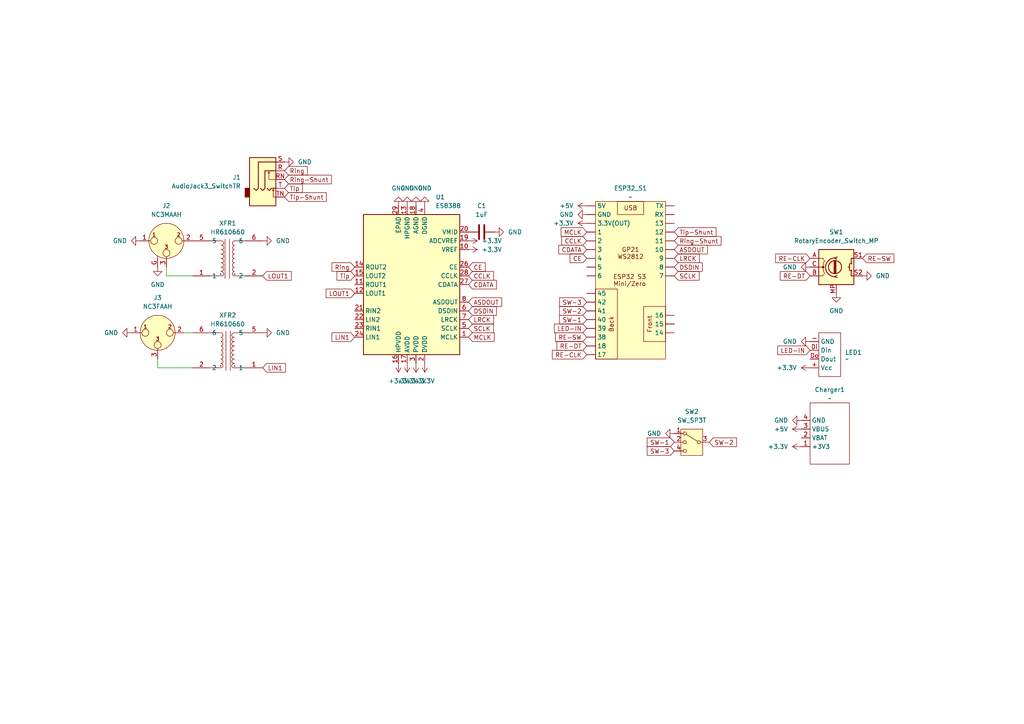
<source format=kicad_sch>
(kicad_sch (version 20250114) (generator "eeschema") (generator_version "9.0")
  (paper "A4")
  (lib_symbols
    (symbol "Audio:ES8388"
      (property "Reference" "U" (at -14.224 21.844 0))
      (property "Value" "ES8388" (at 9.144 21.844 0))
      (symbol "ES8388_1_1"
        (rectangle (start -15.24 20.32) (end 12.7 -20.32) (stroke (width 0.254)) (fill (type background)))
        (pin input line (at -17.78 15.24 0) (length 2.54) (name "MCLK") (number "1"))
        (pin bidirectional line (at -17.78 12.7 0) (length 2.54) (name "SCLK") (number "5"))
        (pin bidirectional line (at -17.78 10.16 0) (length 2.54) (name "LRCK") (number "7"))
        (pin input line (at -17.78 7.62 0) (length 2.54) (name "DSDIN") (number "6"))
        (pin output line (at -17.78 5.08 0) (length 2.54) (name "ASDOUT") (number "8"))
        (pin bidirectional line (at -17.78 0 0) (length 2.54) (name "CDATA") (number "27"))
        (pin input line (at -17.78 -2.54 0) (length 2.54) (name "CCLK") (number "28"))
        (pin input line (at -17.78 -5.08 0) (length 2.54) (name "CE") (number "26"))
        (pin input line (at -17.78 -10.16 0) (length 2.54) (name "VREF") (number "10"))
        (pin input line (at -17.78 -12.7 0) (length 2.54) (name "ADCVREF") (number "19"))
        (pin input line (at -17.78 -15.24 0) (length 2.54) (name "VMID") (number "20"))
        (pin power_in line (at -5.08 22.86 270) (length 2.54) (name "DVDD") (number "2"))
        (pin power_in line (at -5.08 -22.86 90) (length 2.54) (name "DGND") (number "4"))
        (pin power_in line (at -2.54 22.86 270) (length 2.54) (name "PVDD") (number "3"))
        (pin power_in line (at -2.54 -22.86 90) (length 2.54) (name "AGND") (number "18"))
        (pin power_in line (at 0 22.86 270) (length 2.54) (name "AVDD") (number "17"))
        (pin power_in line (at 0 -22.86 90) (length 2.54) (name "HPGND") (number "13"))
        (pin power_in line (at 2.54 22.86 270) (length 2.54) (name "HPVDD") (number "16"))
        (pin passive line (at 2.54 -22.86 90) (length 2.54) (name "EPAD") (number "29"))
        (pin no_connect line (at 12.7 -10.16 180) (length 2.54) (hide yes) (name "NC") (number "9"))
        (pin no_connect line (at 12.7 -12.7 180) (length 2.54) (hide yes) (name "NC") (number "25"))
        (pin input line (at 15.24 15.24 180) (length 2.54) (name "LIN1") (number "24"))
        (pin input line (at 15.24 12.7 180) (length 2.54) (name "RIN1") (number "23"))
        (pin input line (at 15.24 10.16 180) (length 2.54) (name "LIN2") (number "22"))
        (pin input line (at 15.24 7.62 180) (length 2.54) (name "RIN2") (number "21"))
        (pin output line (at 15.24 2.54 180) (length 2.54) (name "LOUT1") (number "12"))
        (pin output line (at 15.24 0 180) (length 2.54) (name "ROUT1") (number "11"))
        (pin output line (at 15.24 -2.54 180) (length 2.54) (name "LOUT2") (number "15"))
        (pin output line (at 15.24 -5.08 180) (length 2.54) (name "ROUT2") (number "14"))
      )
    )
    (symbol "Battery_Management:Makerverse_LiPo_Charger"
      (property "Reference" "U" (at 0 0 0))
      (symbol "Makerverse_LiPo_Charger_0_1"
        (rectangle (start -5.08 6.35) (end 6.35 -11.43))
      )
      (symbol "Makerverse_LiPo_Charger_1_1"
        (pin power_in line (at 8.89 1.27 180) (length 2.54) (name "GND") (number "4"))
        (pin power_in line (at 8.89 -1.27 180) (length 2.54) (name "VBUS") (number "3"))
        (pin power_in line (at 8.89 -3.81 180) (length 2.54) (name "VBAT") (number "2"))
        (pin power_out line (at 8.89 -6.35 180) (length 2.54) (name "+3V3") (number "1"))
      )
    )
    (symbol "Connector_Audio:AudioJack3_SwitchTR"
      (property "Reference" "J" (at 0 8.89 0))
      (property "Value" "AudioJack3_SwitchTR" (at 0 6.35 0))
      (symbol "AudioJack3_SwitchTR_0_1"
        (rectangle (start -5.08 -5.08) (end -6.35 -7.62) (stroke (width 0.254)) (fill (type outline)))
        (polyline (pts (xy -1.905 -5.08) (xy -1.27 -5.715) (xy -0.635 -5.08) (xy -0.635 0) (xy 2.54 0)) (stroke (width 0.254)))
        (polyline (pts (xy 0 -5.08) (xy 0.635 -5.715) (xy 1.27 -5.08) (xy 2.54 -5.08)) (stroke (width 0.254)))
        (polyline (pts (xy 0.508 -0.254) (xy 0.762 -0.762)))
        (polyline (pts (xy 1.778 -5.334) (xy 2.032 -5.842)))
        (rectangle (start 2.54 3.81) (end -5.08 -10.16) (stroke (width 0.254)) (fill (type background)))
        (polyline (pts (xy 2.54 2.54) (xy -2.54 2.54) (xy -2.54 -5.08) (xy -3.175 -5.715) (xy -3.81 -5.08)) (stroke (width 0.254)))
        (polyline (pts (xy 2.54 -2.54) (xy 0.508 -2.54) (xy 0.508 -0.254) (xy 0.254 -0.762)))
        (polyline (pts (xy 2.54 -7.62) (xy 1.778 -7.62) (xy 1.778 -5.334) (xy 1.524 -5.842)))
      )
      (symbol "AudioJack3_SwitchTR_1_1"
        (pin passive line (at 5.08 2.54 180) (length 2.54) (name "~") (number "S"))
        (pin passive line (at 5.08 0 180) (length 2.54) (name "~") (number "R"))
        (pin passive line (at 5.08 -2.54 180) (length 2.54) (name "~") (number "RN"))
        (pin passive line (at 5.08 -5.08 180) (length 2.54) (name "~") (number "T"))
        (pin passive line (at 5.08 -7.62 180) (length 2.54) (name "~") (number "TN"))
      )
    )
    (symbol "Connector_Audio:NC3FAAH" (pin_names (hide yes))
      (property "Reference" "J" (at 0 8.89 0))
      (property "Value" "NC3FAAH" (at 0 6.35 0))
      (symbol "NC3FAAH_0_1"
        (polyline (pts (xy -5.08 0) (xy -4.572 0)))
        (circle (center -3.556 0) (radius 1.016))
        (circle (center 0 0) (radius 5.08) (fill (type background)))
        (circle (center 0 -3.556) (radius 1.016))
        (polyline (pts (xy 0 -5.08) (xy 0 -4.572)))
        (circle (center 3.556 0) (radius 1.016))
        (polyline (pts (xy 5.08 0) (xy 4.572 0)))
        (text "1" (at -3.556 1.778 0) (effects (font (size 1.016 1.016) (bold yes))))
        (text "3" (at 0 -1.778 0) (effects (font (size 1.016 1.016) (bold yes))))
        (text "2" (at 3.556 1.778 0) (effects (font (size 1.016 1.016) (bold yes))))
        (pin passive line (at -7.62 0 0) (length 2.54) (name "~") (number "1"))
        (pin passive line (at 0 -7.62 90) (length 2.54) (name "~") (number "3"))
        (pin passive line (at 7.62 0 180) (length 2.54) (name "~") (number "2"))
      )
    )
    (symbol "Connector_Audio:NC3MAAH" (pin_names (hide yes))
      (property "Reference" "J" (at 0 8.89 0))
      (property "Value" "NC3MAAH" (at 0 6.35 0))
      (symbol "NC3MAAH_0_1"
        (polyline (pts (xy -5.08 0) (xy -4.572 0)))
        (circle (center -3.556 0) (radius 1.016))
        (polyline (pts (xy -2.54 -5.08) (xy -2.54 -4.445)))
        (circle (center 0 0) (radius 5.08) (fill (type background)))
        (circle (center 0 -3.556) (radius 1.016))
        (polyline (pts (xy 0 -5.08) (xy 0 -4.572)))
        (circle (center 3.556 0) (radius 1.016))
        (polyline (pts (xy 5.08 0) (xy 4.572 0)))
        (text "1" (at -3.556 1.778 0) (effects (font (size 1.016 1.016) (bold yes))))
        (text "3" (at 0 -1.778 0) (effects (font (size 1.016 1.016) (bold yes))))
        (text "2" (at 3.556 1.778 0) (effects (font (size 1.016 1.016) (bold yes))))
        (pin passive line (at -7.62 0 0) (length 2.54) (name "~") (number "1"))
        (pin passive line (at 0 -7.62 90) (length 2.54) (name "~") (number "3"))
        (pin passive line (at 7.62 0 180) (length 2.54) (name "~") (number "2"))
      )
      (symbol "NC3MAAH_1_1"
        (pin passive line (at -2.54 -7.62 90) (length 2.54) (name "~") (number "G"))
      )
    )
    (symbol "Device:C" (pin_numbers (hide yes)) (pin_names (offset 0.254))
      (property "Reference" "C" (at 0.635 2.54 0))
      (property "Value" "C" (at 0.635 -2.54 0))
      (symbol "C_0_1"
        (polyline (pts (xy -2.032 0.762) (xy 2.032 0.762)) (stroke (width 0.508)))
        (polyline (pts (xy -2.032 -0.762) (xy 2.032 -0.762)) (stroke (width 0.508)))
      )
      (symbol "C_1_1"
        (pin passive line (at 0 3.81 270) (length 2.794) (name "~") (number "1"))
        (pin passive line (at 0 -3.81 90) (length 2.794) (name "~") (number "2"))
      )
    )
    (symbol "Device:RotaryEncoder_Switch_MP" (pin_names (offset 0.254) (hide yes))
      (property "Reference" "SW" (at 0 8.89 0))
      (property "Value" "RotaryEncoder_Switch_MP" (at 0 6.35 0))
      (symbol "RotaryEncoder_Switch_MP_0_1"
        (rectangle (start -5.08 5.08) (end 5.08 -5.08) (stroke (width 0.254)) (fill (type background)))
        (polyline (pts (xy -5.08 2.54) (xy -3.81 2.54) (xy -3.81 2.032)))
        (polyline (pts (xy -5.08 0) (xy -3.81 0) (xy -3.81 -1.016) (xy -3.302 -2.032)))
        (polyline (pts (xy -5.08 -2.54) (xy -3.81 -2.54) (xy -3.81 -2.032)))
        (polyline (pts (xy -4.318 0) (xy -3.81 0) (xy -3.81 1.016) (xy -3.302 2.032)))
        (circle (center -3.81 0) (radius 0.254) (fill (type outline)))
        (polyline (pts (xy -0.635 -1.778) (xy -0.635 1.778)) (stroke (width 0.254)))
        (circle (center -0.381 0) (radius 1.905) (stroke (width 0.254)))
        (polyline (pts (xy -0.381 -1.778) (xy -0.381 1.778)) (stroke (width 0.254)))
        (arc (start -0.381 -2.794) (mid -3.0988 -0.0635) (end -0.381 2.667) (stroke (width 0.254)))
        (polyline (pts (xy -0.127 1.778) (xy -0.127 -1.778)) (stroke (width 0.254)))
        (polyline (pts (xy 0.254 2.921) (xy -0.508 2.667) (xy 0.127 2.286)) (stroke (width 0.254)))
        (polyline (pts (xy 0.254 -3.048) (xy -0.508 -2.794) (xy 0.127 -2.413)) (stroke (width 0.254)))
        (polyline (pts (xy 3.81 1.016) (xy 3.81 -1.016)) (stroke (width 0.254)))
        (polyline (pts (xy 3.81 0) (xy 3.429 0)) (stroke (width 0.254)))
        (circle (center 4.318 1.016) (radius 0.127) (stroke (width 0.254)))
        (circle (center 4.318 -1.016) (radius 0.127) (stroke (width 0.254)))
        (polyline (pts (xy 5.08 2.54) (xy 4.318 2.54) (xy 4.318 1.016)) (stroke (width 0.254)))
        (polyline (pts (xy 5.08 -2.54) (xy 4.318 -2.54) (xy 4.318 -1.016)) (stroke (width 0.254)))
      )
      (symbol "RotaryEncoder_Switch_MP_1_1"
        (pin passive line (at -7.62 2.54 0) (length 2.54) (name "A") (number "A"))
        (pin passive line (at -7.62 0 0) (length 2.54) (name "C") (number "C"))
        (pin passive line (at -7.62 -2.54 0) (length 2.54) (name "B") (number "B"))
        (pin passive line (at 0 -7.62 90) (length 2.54) (name "MP") (number "MP"))
        (pin passive line (at 7.62 2.54 180) (length 2.54) (name "S1") (number "S1"))
        (pin passive line (at 7.62 -2.54 180) (length 2.54) (name "S2") (number "S2"))
      )
    )
    (symbol "LED:GlowBit_Stick_1x8"
      (property "Reference" "U2" (at -0.6349 -3.81 90))
      (property "Value" "~" (at -2.54 -3.81 90))
      (symbol "GlowBit_Stick_1x8_0_1"
        (rectangle (start -7.62 3.81) (end 5.08 -2.54))
      )
      (symbol "GlowBit_Stick_1x8_1_1"
        (pin power_in line (at -5.08 6.35 270) (length 2.54) (name "Vcc") (number "+"))
        (pin input line (at -2.54 6.35 270) (length 2.54) (name "Dout") (number "Do"))
        (pin input line (at 0 6.35 270) (length 2.54) (name "Din") (number "Di"))
        (pin power_in line (at 2.54 6.35 270) (length 2.54) (name "GND") (number "-"))
      )
    )
    (symbol "RF_Module:Waveshare_ESP32_S3_Mini_Zero"
      (property "Reference" "ESP32_S3" (at 0 24.13 0))
      (symbol "Waveshare_ESP32_S3_Mini_Zero_1_1"
        (rectangle (start -10.16 22.86) (end 10.16 -22.86) (fill (type background)))
        (text "ESP32 S3\nMini/Zero" (at -0.254 0 0) (effects (font (size 1.27 1.27))))
        (text "GP21\nWS2812" (at 0 7.874 0) (effects (font (size 1.27 1.27))))
        (text_box "Back" (at -10.16 -2.54 90) (size 6.35 -20.32) (margins 1.016 1.016 1.016 1.016) (effects (font (size 1.27 1.27)) (justify bottom)))
        (text_box "USB" (at -3.81 22.86 0) (size 7.62 -3.81) (margins 1.016 1.016 1.016 1.016) (effects (font (size 1.27 1.27))))
        (text_box "Front" (at 3.81 -7.62 90) (size 6.35 -10.16) (margins 1.016 1.016 1.016 1.016) (effects (font (size 1.27 1.27)) (justify top)))
        (pin power_in line (at -12.7 21.59 0) (length 2.54) (name "5V") (number ""))
        (pin power_in line (at -12.7 19.05 0) (length 2.54) (name "GND") (number ""))
        (pin power_out line (at -12.7 16.51 0) (length 2.54) (name "3.3V(OUT)") (number ""))
        (pin bidirectional line (at -12.7 13.97 0) (length 2.54) (name "1") (number ""))
        (pin bidirectional line (at -12.7 11.43 0) (length 2.54) (name "2") (number ""))
        (pin bidirectional line (at -12.7 8.89 0) (length 2.54) (name "3") (number ""))
        (pin bidirectional line (at -12.7 6.35 0) (length 2.54) (name "4") (number ""))
        (pin bidirectional line (at -12.7 3.81 0) (length 2.54) (name "5") (number ""))
        (pin bidirectional line (at -12.7 1.27 0) (length 2.54) (name "6") (number ""))
        (pin bidirectional line (at -12.7 -3.81 0) (length 2.54) (name "45") (number ""))
        (pin bidirectional line (at -12.7 -6.35 0) (length 2.54) (name "42") (number ""))
        (pin bidirectional line (at -12.7 -8.89 0) (length 2.54) (name "41") (number ""))
        (pin bidirectional line (at -12.7 -11.43 0) (length 2.54) (name "40") (number ""))
        (pin bidirectional line (at -12.7 -13.97 0) (length 2.54) (name "39") (number ""))
        (pin bidirectional line (at -12.7 -16.51 0) (length 2.54) (name "38") (number ""))
        (pin bidirectional line (at -12.7 -19.05 0) (length 2.54) (name "18") (number ""))
        (pin bidirectional line (at -12.7 -21.59 0) (length 2.54) (name "17") (number ""))
        (pin output line (at 12.7 21.59 180) (length 2.54) (name "TX") (number ""))
        (pin input line (at 12.7 19.05 180) (length 2.54) (name "RX") (number ""))
        (pin bidirectional line (at 12.7 16.51 180) (length 2.54) (name "13") (number ""))
        (pin bidirectional line (at 12.7 13.97 180) (length 2.54) (name "12") (number ""))
        (pin bidirectional line (at 12.7 11.43 180) (length 2.54) (name "11") (number ""))
        (pin bidirectional line (at 12.7 8.89 180) (length 2.54) (name "10") (number ""))
        (pin bidirectional line (at 12.7 6.35 180) (length 2.54) (name "9") (number ""))
        (pin bidirectional line (at 12.7 3.81 180) (length 2.54) (name "8") (number ""))
        (pin bidirectional line (at 12.7 1.27 180) (length 2.54) (name "7") (number ""))
        (pin bidirectional line (at 12.7 -10.16 180) (length 2.54) (name "16") (number ""))
        (pin bidirectional line (at 12.7 -12.7 180) (length 2.54) (name "15") (number ""))
        (pin bidirectional line (at 12.7 -15.24 180) (length 2.54) (name "14") (number ""))
      )
    )
    (symbol "Switch:SW_SP3T" (pin_names (offset 0) (hide yes))
      (property "Reference" "SW" (at 0 5.08 0))
      (property "Value" "SW_SP3T" (at 0 -5.08 0))
      (symbol "SW_SP3T_0_1"
        (circle (center -2.032 0) (radius 0.4572))
        (polyline (pts (xy -1.651 0.254) (xy 1.651 2.286)))
        (circle (center 2.032 2.54) (radius 0.4572))
        (circle (center 2.032 0) (radius 0.4572))
        (circle (center 2.032 -2.54) (radius 0.4572))
      )
      (symbol "SW_SP3T_1_1"
        (rectangle (start -3.175 3.81) (end 3.175 -3.81) (fill (type background)))
        (pin passive line (at -5.08 0 0) (length 2.54) (name "3") (number "3"))
        (pin passive line (at 5.08 2.54 180) (length 2.54) (name "1") (number "1"))
        (pin passive line (at 5.08 0 180) (length 2.54) (name "2") (number "2"))
        (pin passive line (at 5.08 -2.54 180) (length 2.54) (name "4") (number "4"))
      )
    )
    (symbol "easyeda2kicad:HR610660"
      (property "Reference" "XFR" (at 0 10.16 0))
      (property "Value" "HR610660" (at 0 -10.16 0))
      (symbol "HR610660_0_1"
        (polyline (pts (xy -5.08 5.08) (xy -2.03 5.08)))
        (polyline (pts (xy -5.08 -5.08) (xy -2.03 -5.08)))
        (circle (center -2.03 -4.57) (radius 0.13))
        (arc (start -1.14 -3.3) (mid -1.4567 -3.6581) (end -1.91 -3.81))
        (arc (start -1.91 5.08) (mid -1.3637 4.8634) (end -1.14 4.32))
        (arc (start -1.91 3.81) (mid -1.3637 3.5934) (end -1.14 3.05))
        (arc (start -1.91 2.54) (mid -1.3637 2.3234) (end -1.14 1.78))
        (arc (start -1.91 1.27) (mid -1.3637 1.0534) (end -1.14 0.51))
        (arc (start -1.91 0) (mid -1.3637 -0.2166) (end -1.14 -0.76))
        (arc (start -1.91 -1.27) (mid -1.3637 -1.4866) (end -1.14 -2.03))
        (arc (start -1.91 -2.54) (mid -1.3637 -2.7566) (end -1.14 -3.3))
        (arc (start -1.91 -3.81) (mid -1.3637 -4.0266) (end -1.14 -4.57))
        (arc (start -1.14 4.32) (mid -1.418 3.9034) (end -1.91 3.81))
        (arc (start -1.14 3.05) (mid -1.418 2.6334) (end -1.91 2.54))
        (arc (start -1.14 1.78) (mid -1.418 1.3634) (end -1.91 1.27))
        (arc (start -1.14 0.51) (mid -1.418 0.0934) (end -1.91 0))
        (arc (start -1.14 -0.76) (mid -1.418 -1.1766) (end -1.91 -1.27))
        (arc (start -1.14 -2.03) (mid -1.418 -2.4466) (end -1.91 -2.54))
        (arc (start -1.14 -4.57) (mid -1.418 -4.9866) (end -1.91 -5.08))
        (polyline (pts (xy -0.76 5.59) (xy -0.76 -5.84)))
        (polyline (pts (xy 0.51 5.59) (xy 0.51 -5.84)))
        (arc (start 1.91 3.81) (mid 1.5485 3.9585) (end 1.4 4.32))
        (arc (start 1.91 2.54) (mid 1.5485 2.6885) (end 1.4 3.05))
        (arc (start 1.91 1.27) (mid 1.5485 1.4185) (end 1.4 1.78))
        (arc (start 1.91 0) (mid 1.5485 0.1485) (end 1.4 0.51))
        (arc (start 1.91 -1.27) (mid 1.5485 -1.1215) (end 1.4 -0.76))
        (arc (start 1.91 -2.54) (mid 1.5485 -2.3915) (end 1.4 -2.03))
        (arc (start 1.91 -3.81) (mid 1.5485 -3.6615) (end 1.4 -3.3))
        (arc (start 1.91 -5.08) (mid 1.5485 -4.9315) (end 1.4 -4.57))
        (polyline (pts (xy 2.03 5.08) (xy 5.08 5.08)))
        (circle (center 2.03 -4.57) (radius 0.13))
        (polyline (pts (xy 2.03 -5.08) (xy 5.08 -5.08)))
        (arc (start 1.4 4.32) (mid 1.4967 4.8062) (end 1.91 5.08))
        (arc (start 1.4 1.78) (mid 1.4967 2.2662) (end 1.91 2.54))
        (arc (start 1.4 0.51) (mid 1.4967 0.9962) (end 1.91 1.27))
        (arc (start 1.4 -0.76) (mid 1.4967 -0.2738) (end 1.91 0))
        (arc (start 1.4 -2.03) (mid 1.4967 -1.5438) (end 1.91 -1.27))
        (arc (start 1.4 -3.3) (mid 1.4967 -2.8138) (end 1.91 -2.54))
        (arc (start 1.4 -4.57) (mid 1.4967 -4.0838) (end 1.91 -3.81))
        (arc (start 1.4 3.05) (mid 1.5528 3.4986) (end 1.91 3.81))
        (pin unspecified line (at -10.16 5.08 0) (length 5.08) (name "5") (number "5"))
        (pin unspecified line (at -10.16 -5.08 0) (length 5.08) (name "1") (number "1"))
        (pin unspecified line (at 10.16 5.08 180) (length 5.08) (name "6") (number "6"))
        (pin unspecified line (at 10.16 -5.08 180) (length 5.08) (name "2") (number "2"))
      )
    )
    (symbol "power:+3.3V" (power) (pin_numbers (hide yes)) (pin_names (offset 0) (hide yes))
      (property "Value" "+3.3V" (at 0 3.556 0))
      (symbol "+3.3V_0_1"
        (polyline (pts (xy -0.762 1.27) (xy 0 2.54)))
        (polyline (pts (xy 0 2.54) (xy 0.762 1.27)))
        (polyline (pts (xy 0 0) (xy 0 2.54)))
      )
      (symbol "+3.3V_1_1"
        (pin power_in line (at 0 0 90) (length 0) (name "~") (number "1"))
      )
    )
    (symbol "power:+5V" (power) (pin_numbers (hide yes)) (pin_names (offset 0) (hide yes))
      (property "Value" "+5V" (at 0 3.556 0))
      (symbol "+5V_0_1"
        (polyline (pts (xy -0.762 1.27) (xy 0 2.54)))
        (polyline (pts (xy 0 2.54) (xy 0.762 1.27)))
        (polyline (pts (xy 0 0) (xy 0 2.54)))
      )
      (symbol "+5V_1_1"
        (pin power_in line (at 0 0 90) (length 0) (name "~") (number "1"))
      )
    )
    (symbol "power:GND" (power) (pin_numbers (hide yes)) (pin_names (offset 0) (hide yes))
      (property "Value" "GND" (at 0 -3.81 0))
      (symbol "GND_0_1"
        (polyline (pts (xy 0 0) (xy 0 -1.27) (xy 1.27 -1.27) (xy 0 -2.54) (xy -1.27 -1.27) (xy 0 -1.27)))
      )
      (symbol "GND_1_1"
        (pin power_in line (at 0 0 270) (length 0) (name "~") (number "1"))
      )
    )
  )
  (wire (pts (xy 53.34 96.52) (xy 55.88 96.52)))
  (wire (pts (xy 48.26 77.47) (xy 48.26 80.01)))
  (wire (pts (xy 48.26 80.01) (xy 55.88 80.01)))
  (wire (pts (xy 45.72 106.68) (xy 55.88 106.68)))
  (wire (pts (xy 45.72 104.14) (xy 45.72 106.68)))
  (global_label "LIN1" (shape input) (at 102.87 97.79 180) (property "Intersheetrefs" "${INTERSHEET_REFS}" (effects (hide yes))))
  (global_label "SCLK" (shape input) (at 135.89 95.25 0) (property "Intersheetrefs" "${INTERSHEET_REFS}" (effects (hide yes))))
  (global_label "Tip-Shunt" (shape input) (at 195.58 67.31 0) (property "Intersheetrefs" "${INTERSHEET_REFS}" (effects (hide yes))))
  (global_label "LIN1" (shape input) (at 76.2 106.68 0) (property "Intersheetrefs" "${INTERSHEET_REFS}" (effects (hide yes))))
  (global_label "CE" (shape input) (at 170.18 74.93 180) (property "Intersheetrefs" "${INTERSHEET_REFS}" (effects (hide yes))))
  (global_label "Ring" (shape input) (at 82.55 49.53 0) (property "Intersheetrefs" "${INTERSHEET_REFS}" (effects (hide yes))))
  (global_label "LOUT1" (shape input) (at 102.87 85.09 180) (property "Intersheetrefs" "${INTERSHEET_REFS}" (effects (hide yes))))
  (global_label "CCLK" (shape input) (at 170.18 69.85 180) (property "Intersheetrefs" "${INTERSHEET_REFS}" (effects (hide yes))))
  (global_label "MCLK" (shape input) (at 135.89 97.79 0) (property "Intersheetrefs" "${INTERSHEET_REFS}" (effects (hide yes))))
  (global_label "CDATA" (shape input) (at 170.18 72.39 180) (property "Intersheetrefs" "${INTERSHEET_REFS}" (effects (hide yes))))
  (global_label "Ring" (shape input) (at 102.87 77.47 180) (property "Intersheetrefs" "${INTERSHEET_REFS}" (effects (hide yes))))
  (global_label "RE-SW" (shape input) (at 250.19 74.93 0) (property "Intersheetrefs" "${INTERSHEET_REFS}" (effects (hide yes))))
  (global_label "RE-CLK" (shape input) (at 234.95 74.93 180) (property "Intersheetrefs" "${INTERSHEET_REFS}" (effects (hide yes))))
  (global_label "Tip-Shunt" (shape input) (at 82.55 57.15 0) (property "Intersheetrefs" "${INTERSHEET_REFS}" (effects (hide yes))))
  (global_label "DSDIN" (shape input) (at 195.58 77.47 0) (property "Intersheetrefs" "${INTERSHEET_REFS}" (effects (hide yes))))
  (global_label "RE-CLK" (shape input) (at 170.18 102.87 180) (property "Intersheetrefs" "${INTERSHEET_REFS}" (effects (hide yes))))
  (global_label "SW-2" (shape input) (at 205.74 128.27 0) (property "Intersheetrefs" "${INTERSHEET_REFS}" (effects (hide yes))))
  (global_label "Tip" (shape input) (at 82.55 54.61 0) (property "Intersheetrefs" "${INTERSHEET_REFS}" (effects (hide yes))))
  (global_label "LRCK" (shape input) (at 135.89 92.71 0) (property "Intersheetrefs" "${INTERSHEET_REFS}" (effects (hide yes))))
  (global_label "RE-DT" (shape input) (at 170.18 100.33 180) (property "Intersheetrefs" "${INTERSHEET_REFS}" (effects (hide yes))))
  (global_label "LED-IN" (shape input) (at 170.18 95.25 180) (property "Intersheetrefs" "${INTERSHEET_REFS}" (effects (hide yes))))
  (global_label "CDATA" (shape input) (at 135.89 82.55 0) (property "Intersheetrefs" "${INTERSHEET_REFS}" (effects (hide yes))))
  (global_label "CCLK" (shape input) (at 135.89 80.01 0) (property "Intersheetrefs" "${INTERSHEET_REFS}" (effects (hide yes))))
  (global_label "SW-1" (shape input) (at 170.18 92.71 180) (property "Intersheetrefs" "${INTERSHEET_REFS}" (effects (hide yes))))
  (global_label "LRCK" (shape input) (at 195.58 74.93 0) (property "Intersheetrefs" "${INTERSHEET_REFS}" (effects (hide yes))))
  (global_label "LOUT1" (shape input) (at 76.2 80.01 0) (property "Intersheetrefs" "${INTERSHEET_REFS}" (effects (hide yes))))
  (global_label "DSDIN" (shape input) (at 135.89 90.17 0) (property "Intersheetrefs" "${INTERSHEET_REFS}" (effects (hide yes))))
  (global_label "Ring-Shunt" (shape input) (at 195.58 69.85 0) (property "Intersheetrefs" "${INTERSHEET_REFS}" (effects (hide yes))))
  (global_label "SW-3" (shape input) (at 170.18 87.63 180) (property "Intersheetrefs" "${INTERSHEET_REFS}" (effects (hide yes))))
  (global_label "LED-IN" (shape input) (at 234.95 101.6 180) (property "Intersheetrefs" "${INTERSHEET_REFS}" (effects (hide yes))))
  (global_label "ASDOUT" (shape input) (at 135.89 87.63 0) (property "Intersheetrefs" "${INTERSHEET_REFS}" (effects (hide yes))))
  (global_label "ASDOUT" (shape input) (at 195.58 72.39 0) (property "Intersheetrefs" "${INTERSHEET_REFS}" (effects (hide yes))))
  (global_label "RE-SW" (shape input) (at 170.18 97.79 180) (property "Intersheetrefs" "${INTERSHEET_REFS}" (effects (hide yes))))
  (global_label "SCLK" (shape input) (at 195.58 80.01 0) (property "Intersheetrefs" "${INTERSHEET_REFS}" (effects (hide yes))))
  (global_label "Tip" (shape input) (at 102.87 80.01 180) (property "Intersheetrefs" "${INTERSHEET_REFS}" (effects (hide yes))))
  (global_label "SW-2" (shape input) (at 170.18 90.17 180) (property "Intersheetrefs" "${INTERSHEET_REFS}" (effects (hide yes))))
  (global_label "MCLK" (shape input) (at 170.18 67.31 180) (property "Intersheetrefs" "${INTERSHEET_REFS}" (effects (hide yes))))
  (global_label "SW-1" (shape input) (at 195.58 128.27 180) (property "Intersheetrefs" "${INTERSHEET_REFS}" (effects (hide yes))))
  (global_label "Ring-Shunt" (shape input) (at 82.55 52.07 0) (property "Intersheetrefs" "${INTERSHEET_REFS}" (effects (hide yes))))
  (global_label "SW-3" (shape input) (at 195.58 130.81 180) (property "Intersheetrefs" "${INTERSHEET_REFS}" (effects (hide yes))))
  (global_label "RE-DT" (shape input) (at 234.95 80.01 180) (property "Intersheetrefs" "${INTERSHEET_REFS}" (effects (hide yes))))
  (global_label "CE" (shape input) (at 135.89 77.47 0) (property "Intersheetrefs" "${INTERSHEET_REFS}" (effects (hide yes))))
  (symbol (lib_id "LED:GlowBit_Stick_1x8") (at 241.3 101.6 90) (unit 1)
    (property "Reference" "LED1" (at 245.11 102.2349 90) (effects (justify right)))
    (property "Value" "~" (at 245.11 104.14 90) (effects (justify right)))
    (property "Footprint" "LED_SMD:GlowbitL_LED_Strip_1x8" (effects (hide yes)))
  )
  (symbol (lib_id "easyeda2kicad:HR610660") (at 66.04 74.93 0) (unit 1)
    (property "Reference" "XFR1" (at 66.04 64.77 0))
    (property "Value" "HR610660" (at 66.04 67.31 0))
    (property "Footprint" "easyeda2kicad:PWRM-TH_HR610660" (effects (hide yes)))
    (property "Datasheet" "https://lcsc.com/product-detail/RJ45_HR610660_C48357.html" (effects (hide yes)))
    (property "LCSC Part" "C48357" (effects (hide yes)))
  )
  (symbol (lib_id "power:GND") (at 250.19 80.01 90) (unit 1)
    (property "Reference" "#PWR02" (effects (hide yes)))
    (property "Value" "GND" (at 254 80.0099 90) (effects (justify right)))
    (property "Description" "Power symbol creates a global label with name \"GND\" , ground" (effects (hide yes)))
  )
  (symbol (lib_id "power:GND") (at 120.65 59.69 180) (unit 1)
    (property "Reference" "#PWR019" (effects (hide yes)))
    (property "Value" "GND" (at 120.65 54.61 0))
    (property "Description" "Power symbol creates a global label with name \"GND\" , ground" (effects (hide yes)))
  )
  (symbol (lib_id "power:GND") (at 45.72 77.47 0) (unit 1)
    (property "Reference" "#PWR06" (effects (hide yes)))
    (property "Value" "GND" (at 45.72 82.55 0))
    (property "Description" "Power symbol creates a global label with name \"GND\" , ground" (effects (hide yes)))
  )
  (symbol (lib_id "Connector_Audio:NC3MAAH") (at 48.26 69.85 0) (unit 1)
    (property "Reference" "J2" (at 48.26 59.69 0))
    (property "Value" "NC3MAAH" (at 48.26 62.23 0))
    (property "Footprint" "Connector_Audio:Jack_XLR_Neutrik_NC3MAAH_Horizontal" (effects (hide yes)))
    (property "Datasheet" "https://www.neutrik.com/en/product/nc3maah" (effects (hide yes)))
    (property "Description" "AA Series, 3 pole male XLR receptacle, grounding: separate ground contact to mating connector shell and front panel, horizontal PCB mount" (effects (hide yes)))
  )
  (symbol (lib_id "power:+3.3V") (at 115.57 105.41 180) (unit 1)
    (property "Reference" "#PWR015" (effects (hide yes)))
    (property "Value" "+3.3V" (at 115.57 110.49 0))
    (property "Description" "Power symbol creates a global label with name \"+3.3V\"" (effects (hide yes)))
  )
  (symbol (lib_id "power:+5V") (at 232.41 124.46 90) (unit 1)
    (property "Reference" "#PWR027" (effects (hide yes)))
    (property "Value" "+5V" (at 228.6 124.4599 90) (effects (justify left)))
    (property "Description" "Power symbol creates a global label with name \"+5V\"" (effects (hide yes)))
  )
  (symbol (lib_id "power:GND") (at 143.51 67.31 90) (unit 1)
    (property "Reference" "#PWR021" (effects (hide yes)))
    (property "Value" "GND" (at 147.32 67.3099 90) (effects (justify right)))
    (property "Description" "Power symbol creates a global label with name \"GND\" , ground" (effects (hide yes)))
  )
  (symbol (lib_id "power:GND") (at 123.19 59.69 180) (unit 1)
    (property "Reference" "#PWR010" (effects (hide yes)))
    (property "Value" "GND" (at 123.19 54.61 0))
    (property "Description" "Power symbol creates a global label with name \"GND\" , ground" (effects (hide yes)))
  )
  (symbol (lib_id "power:+3.3V") (at 232.41 129.54 90) (unit 1)
    (property "Reference" "#PWR026" (effects (hide yes)))
    (property "Value" "+3.3V" (at 228.6 129.5399 90) (effects (justify left)))
    (property "Description" "Power symbol creates a global label with name \"+3.3V\"" (effects (hide yes)))
  )
  (symbol (lib_id "Battery_Management:Makerverse_LiPo_Charger") (at 241.3 123.19 0) (mirror y) (unit 1)
    (property "Reference" "Charger1" (at 240.665 113.03 0))
    (property "Value" "~" (at 240.665 115.57 0))
    (property "Footprint" "Battery:Makerverse USB-C LiPo Charger" (effects (hide yes)))
  )
  (symbol (lib_id "power:+3.3V") (at 170.18 64.77 90) (unit 1)
    (property "Reference" "#PWR011" (effects (hide yes)))
    (property "Value" "+3.3V" (at 166.37 64.7699 90) (effects (justify left)))
    (property "Description" "Power symbol creates a global label with name \"+3.3V\"" (effects (hide yes)))
  )
  (symbol (lib_id "power:GND") (at 170.18 62.23 270) (unit 1)
    (property "Reference" "#PWR08" (effects (hide yes)))
    (property "Value" "GND" (at 166.37 62.2299 90) (effects (justify right)))
    (property "Description" "Power symbol creates a global label with name \"GND\" , ground" (effects (hide yes)))
  )
  (symbol (lib_id "power:+3.3V") (at 123.19 105.41 180) (unit 1)
    (property "Reference" "#PWR013" (effects (hide yes)))
    (property "Value" "+3.3V" (at 123.19 110.49 0))
    (property "Description" "Power symbol creates a global label with name \"+3.3V\"" (effects (hide yes)))
  )
  (symbol (lib_id "power:+3.3V") (at 120.65 105.41 180) (unit 1)
    (property "Reference" "#PWR014" (effects (hide yes)))
    (property "Value" "+3.3V" (at 120.65 110.49 0))
    (property "Description" "Power symbol creates a global label with name \"+3.3V\"" (effects (hide yes)))
  )
  (symbol (lib_id "power:+5V") (at 170.18 59.69 90) (unit 1)
    (property "Reference" "#PWR012" (effects (hide yes)))
    (property "Value" "+5V" (at 166.37 59.6899 90) (effects (justify left)))
    (property "Description" "Power symbol creates a global label with name \"+5V\"" (effects (hide yes)))
  )
  (symbol (lib_id "power:GND") (at 115.57 59.69 180) (unit 1)
    (property "Reference" "#PWR022" (effects (hide yes)))
    (property "Value" "GND" (at 115.57 54.61 0))
    (property "Description" "Power symbol creates a global label with name \"GND\" , ground" (effects (hide yes)))
  )
  (symbol (lib_id "power:GND") (at 234.95 99.06 270) (unit 1)
    (property "Reference" "#PWR023" (effects (hide yes)))
    (property "Value" "GND" (at 231.14 99.0599 90) (effects (justify right)))
    (property "Description" "Power symbol creates a global label with name \"GND\" , ground" (effects (hide yes)))
  )
  (symbol (lib_id "power:GND") (at 242.57 85.09 0) (unit 1)
    (property "Reference" "#PWR09" (effects (hide yes)))
    (property "Value" "GND" (at 242.57 90.17 0))
    (property "Description" "Power symbol creates a global label with name \"GND\" , ground" (effects (hide yes)))
  )
  (symbol (lib_id "power:GND") (at 234.95 77.47 270) (unit 1)
    (property "Reference" "#PWR03" (effects (hide yes)))
    (property "Value" "GND" (at 231.14 77.4699 90) (effects (justify right)))
    (property "Description" "Power symbol creates a global label with name \"GND\" , ground" (effects (hide yes)))
  )
  (symbol (lib_id "power:+3.3V") (at 135.89 72.39 270) (unit 1)
    (property "Reference" "#PWR017" (effects (hide yes)))
    (property "Value" "+3.3V" (at 139.7 72.3899 90) (effects (justify left)))
    (property "Description" "Power symbol creates a global label with name \"+3.3V\"" (effects (hide yes)))
  )
  (symbol (lib_id "power:GND") (at 118.11 59.69 180) (unit 1)
    (property "Reference" "#PWR018" (effects (hide yes)))
    (property "Value" "GND" (at 118.11 54.61 0))
    (property "Description" "Power symbol creates a global label with name \"GND\" , ground" (effects (hide yes)))
  )
  (symbol (lib_id "RF_Module:Waveshare_ESP32_S3_Mini_Zero") (at 182.88 81.28 0) (unit 1)
    (property "Reference" "ESP32_S1" (at 182.88 54.61 0))
    (property "Value" "~" (at 182.88 57.15 0))
  )
  (symbol (lib_id "power:GND") (at 76.2 96.52 90) (unit 1)
    (property "Reference" "#PWR04" (effects (hide yes)))
    (property "Value" "GND" (at 80.01 96.5199 90) (effects (justify right)))
    (property "Description" "Power symbol creates a global label with name \"GND\" , ground" (effects (hide yes)))
  )
  (symbol (lib_id "power:GND") (at 40.64 69.85 270) (unit 1)
    (property "Reference" "#PWR05" (effects (hide yes)))
    (property "Value" "GND" (at 36.83 69.8499 90) (effects (justify right)))
    (property "Description" "Power symbol creates a global label with name \"GND\" , ground" (effects (hide yes)))
  )
  (symbol (lib_id "Connector_Audio:NC3FAAH") (at 45.72 96.52 0) (unit 1)
    (property "Reference" "J3" (at 45.72 86.36 0))
    (property "Value" "NC3FAAH" (at 45.72 88.9 0))
    (property "Footprint" "Connector_Audio:Jack_XLR_Neutrik_NC3FAAH_Horizontal" (effects (hide yes)))
    (property "Datasheet" "https://www.neutrik.com/en/product/nc3faah" (effects (hide yes)))
    (property "Description" "AA Series, 3 pole female XLR receptacle, grounding: without ground/shell contact, horizontal PCB mount" (effects (hide yes)))
  )
  (symbol (lib_id "power:+3.3V") (at 234.95 106.68 90) (unit 1)
    (property "Reference" "#PWR024" (effects (hide yes)))
    (property "Value" "+3.3V" (at 231.14 106.6799 90) (effects (justify left)))
    (property "Description" "Power symbol creates a global label with name \"+3.3V\"" (effects (hide yes)))
  )
  (symbol (lib_id "power:GND") (at 82.55 46.99 90) (unit 1)
    (property "Reference" "#PWR028" (effects (hide yes)))
    (property "Value" "GND" (at 86.36 46.9899 90) (effects (justify right)))
    (property "Description" "Power symbol creates a global label with name \"GND\" , ground" (effects (hide yes)))
  )
  (symbol (lib_id "Connector_Audio:AudioJack3_SwitchTR") (at 77.47 49.53 0) (unit 1)
    (property "Reference" "J1" (at 69.85 51.4349 0) (effects (justify right)))
    (property "Value" "AudioJack3_SwitchTR" (at 69.85 53.9749 0) (effects (justify right)))
    (property "Description" "Audio Jack, 3 Poles (Stereo / TRS), Switched TR Poles (Normalling)" (effects (hide yes)))
  )
  (symbol (lib_id "power:GND") (at 232.41 121.92 270) (unit 1)
    (property "Reference" "#PWR025" (effects (hide yes)))
    (property "Value" "GND" (at 228.6 121.9199 90) (effects (justify right)))
    (property "Description" "Power symbol creates a global label with name \"GND\" , ground" (effects (hide yes)))
  )
  (symbol (lib_id "easyeda2kicad:HR610660") (at 66.04 101.6 0) (mirror y) (unit 1)
    (property "Reference" "XFR2" (at 66.04 91.44 0))
    (property "Value" "HR610660" (at 66.04 93.98 0))
    (property "Footprint" "easyeda2kicad:PWRM-TH_HR610660" (effects (hide yes)))
    (property "Datasheet" "https://lcsc.com/product-detail/RJ45_HR610660_C48357.html" (effects (hide yes)))
    (property "LCSC Part" "C48357" (effects (hide yes)))
  )
  (symbol (lib_id "Device:C") (at 139.7 67.31 90) (unit 1)
    (property "Reference" "C1" (at 139.7 59.69 90))
    (property "Value" "1uF" (at 139.7 62.23 90))
    (property "Description" "Unpolarized capacitor" (effects (hide yes)))
  )
  (symbol (lib_id "power:GND") (at 38.1 96.52 270) (unit 1)
    (property "Reference" "#PWR01" (effects (hide yes)))
    (property "Value" "GND" (at 34.29 96.5199 90) (effects (justify right)))
    (property "Description" "Power symbol creates a global label with name \"GND\" , ground" (effects (hide yes)))
  )
  (symbol (lib_id "power:+3.3V") (at 135.89 69.85 270) (unit 1)
    (property "Reference" "#PWR020" (effects (hide yes)))
    (property "Value" "+3.3V" (at 139.7 69.8499 90) (effects (justify left)))
    (property "Description" "Power symbol creates a global label with name \"+3.3V\"" (effects (hide yes)))
  )
  (symbol (lib_id "power:GND") (at 76.2 69.85 90) (unit 1)
    (property "Reference" "#PWR07" (effects (hide yes)))
    (property "Value" "GND" (at 80.01 69.8499 90) (effects (justify right)))
    (property "Description" "Power symbol creates a global label with name \"GND\" , ground" (effects (hide yes)))
  )
  (symbol (lib_id "Audio:ES8388") (at 118.11 82.55 180) (unit 1)
    (property "Reference" "U1" (at 126.3081 57.15 0) (effects (justify right)))
    (property "Value" "ES8388" (at 126.3081 59.69 0) (effects (justify right)))
    (property "Footprint" "Package_DFN_QFN:QFN-28-1EP_4x4mm_P0.45mm_EP2.6x2.6mm" (effects (hide yes)))
    (property "Datasheet" "http://www.everest-semi.com/pdf/ES8388%20DS.pdf" (effects (hide yes)))
    (property "Description" "Low Power Stereo Audio CODEC With Headphone Amplifier, 24-bit, 8kHz - 96kHz ADC / DAC sampling frequency, 1.8V - 3.3V supply, WQFN-28" (effects (hide yes)))
  )
  (symbol (lib_id "Switch:SW_SP3T") (at 200.66 128.27 0) (mirror y) (unit 1)
    (property "Reference" "SW2" (at 200.66 119.38 0))
    (property "Value" "SW_SP3T" (at 200.66 121.92 0))
    (property "Footprint" "easyeda2kicad:SW-TH_SK13D07VG5" (effects (hide yes)))
    (property "Description" "Switch, three position, single pole triple throw, 3 position switch, SP3T" (effects (hide yes)))
  )
  (symbol (lib_id "power:GND") (at 195.58 125.73 270) (unit 1)
    (property "Reference" "#PWR029" (effects (hide yes)))
    (property "Value" "GND" (at 191.77 125.7299 90) (effects (justify right)))
    (property "Description" "Power symbol creates a global label with name \"GND\" , ground" (effects (hide yes)))
  )
  (symbol (lib_id "Device:RotaryEncoder_Switch_MP") (at 242.57 77.47 0) (unit 1)
    (property "Reference" "SW1" (at 242.57 67.31 0))
    (property "Value" "RotaryEncoder_Switch_MP" (at 242.57 69.85 0))
    (property "Footprint" "Rotary_Encoder:RotaryEncoder_Alps_EC11E-Switch_Vertical_H20mm" (effects (hide yes)))
    (property "Description" "Rotary encoder, dual channel, incremental quadrate outputs, with switch and MP Pin" (effects (hide yes)))
  )
  (symbol (lib_id "power:+3.3V") (at 118.11 105.41 180) (unit 1)
    (property "Reference" "#PWR016" (effects (hide yes)))
    (property "Value" "+3.3V" (at 118.11 110.49 0))
    (property "Description" "Power symbol creates a global label with name \"+3.3V\"" (effects (hide yes)))
  )
)
</source>
